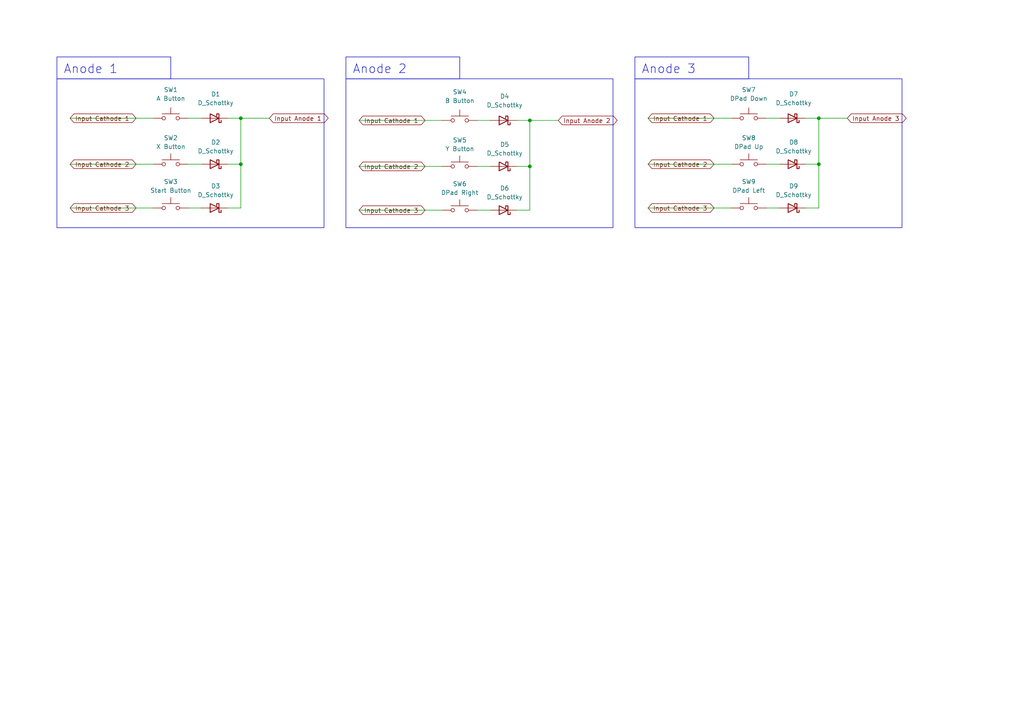
<source format=kicad_sch>
(kicad_sch (version 20230121) (generator eeschema)
  (paper "A4")
  (lib_symbols
    (symbol "Device:D_Schottky" (pin_numbers hide) (pin_names (offset 1.016) hide)
      (property "Reference" "D" (at 0 2.54 0))
      (property "Value" "D_Schottky" (at 0 -2.54 0))
      (symbol "D_Schottky_0_1"
        (polyline (pts (xy 1.27 0) (xy -1.27 0)))
        (polyline (pts (xy 1.27 1.27) (xy 1.27 -1.27) (xy -1.27 0) (xy 1.27 1.27)) (stroke (width 0.254)))
        (polyline (pts (xy -1.905 0.635) (xy -1.905 1.27) (xy -1.27 1.27) (xy -1.27 -1.27) (xy -0.635 -1.27) (xy -0.635 -0.635)) (stroke (width 0.254)))
      )
      (symbol "D_Schottky_1_1"
        (pin passive line (at -3.81 0 0) (length 2.54) (name "K") (number "1"))
        (pin passive line (at 3.81 0 180) (length 2.54) (name "A") (number "2"))
      )
    )
    (symbol "Switch:SW_Push" (pin_numbers hide) (pin_names (offset 1.016) hide)
      (property "Reference" "SW" (at 1.27 2.54 0))
      (property "Value" "SW_Push" (at 0 -1.524 0))
      (symbol "SW_Push_0_1"
        (circle (center -2.032 0) (radius 0.508))
        (polyline (pts (xy 0 1.27) (xy 0 3.048)))
        (polyline (pts (xy 2.54 1.27) (xy -2.54 1.27)))
        (circle (center 2.032 0) (radius 0.508))
        (pin passive line (at -5.08 0 0) (length 2.54) (name "1") (number "1"))
        (pin passive line (at 5.08 0 180) (length 2.54) (name "2") (number "2"))
      )
    )
  )
  (junction (at 153.67 34.925))
  (junction (at 153.67 48.26))
  (junction (at 237.49 47.625))
  (junction (at 69.85 47.625))
  (junction (at 69.85 34.29))
  (junction (at 237.49 34.29))
  (wire (pts (xy 153.67 60.96) (xy 149.86 60.96)))
  (wire (pts (xy 69.85 60.325) (xy 66.04 60.325)))
  (wire (pts (xy 69.85 34.29) (xy 69.85 47.625)))
  (wire (pts (xy 66.04 34.29) (xy 69.85 34.29)))
  (wire (pts (xy 20.32 60.325) (xy 44.45 60.325)))
  (wire (pts (xy 187.96 47.625) (xy 212.09 47.625)))
  (wire (pts (xy 222.25 34.29) (xy 226.06 34.29)))
  (wire (pts (xy 54.61 60.325) (xy 58.42 60.325)))
  (wire (pts (xy 161.925 34.925) (xy 153.67 34.925)))
  (wire (pts (xy 20.32 47.625) (xy 44.45 47.625)))
  (wire (pts (xy 78.105 34.29) (xy 69.85 34.29)))
  (wire (pts (xy 138.43 34.925) (xy 142.24 34.925)))
  (wire (pts (xy 233.68 34.29) (xy 237.49 34.29)))
  (wire (pts (xy 54.61 47.625) (xy 58.42 47.625)))
  (wire (pts (xy 187.96 34.29) (xy 212.09 34.29)))
  (wire (pts (xy 222.25 60.325) (xy 226.06 60.325)))
  (wire (pts (xy 104.14 60.96) (xy 128.27 60.96)))
  (wire (pts (xy 149.86 48.26) (xy 153.67 48.26)))
  (wire (pts (xy 153.67 48.26) (xy 153.67 60.96)))
  (wire (pts (xy 153.67 34.925) (xy 153.67 48.26)))
  (wire (pts (xy 104.14 34.925) (xy 128.27 34.925)))
  (wire (pts (xy 104.14 48.26) (xy 128.27 48.26)))
  (wire (pts (xy 237.49 60.325) (xy 233.68 60.325)))
  (wire (pts (xy 237.49 34.29) (xy 237.49 47.625)))
  (wire (pts (xy 237.49 47.625) (xy 237.49 60.325)))
  (wire (pts (xy 138.43 60.96) (xy 142.24 60.96)))
  (wire (pts (xy 187.96 60.325) (xy 212.09 60.325)))
  (wire (pts (xy 149.86 34.925) (xy 153.67 34.925)))
  (wire (pts (xy 66.04 47.625) (xy 69.85 47.625)))
  (wire (pts (xy 20.32 34.29) (xy 44.45 34.29)))
  (wire (pts (xy 245.745 34.29) (xy 237.49 34.29)))
  (wire (pts (xy 222.25 47.625) (xy 226.06 47.625)))
  (wire (pts (xy 54.61 34.29) (xy 58.42 34.29)))
  (wire (pts (xy 233.68 47.625) (xy 237.49 47.625)))
  (wire (pts (xy 69.85 47.625) (xy 69.85 60.325)))
  (wire (pts (xy 138.43 48.26) (xy 142.24 48.26)))
  (rectangle (start 16.51 22.86) (end 93.98 66.04))
  (rectangle (start 184.15 22.86) (end 261.62 66.04))
  (rectangle (start 100.33 22.86) (end 177.8 66.04))
  (text_box "Anode 3" (at 184.15 16.51 0) (size 33.02 6.35) (effects (font (size 2.54 2.54)) (justify left top)))
  (text_box "Anode 2" (at 100.33 16.51 0) (size 33.02 6.35) (effects (font (size 2.54 2.54)) (justify left top)))
  (text_box "Anode 1" (at 16.51 16.51 0) (size 33.02 6.35) (effects (font (size 2.54 2.54)) (justify left top)))
  (global_label "Input Cathode 1" (at 20.32 34.29 0))
  (global_label "Input Cathode 1" (at 187.96 34.29 0))
  (global_label "Input Cathode 2" (at 20.32 47.625 0))
  (global_label "Input Cathode 1" (at 104.14 34.925 0))
  (global_label "Input Cathode 3" (at 20.32 60.325 0))
  (global_label "Input Anode 2" (at 161.925 34.925 0))
  (global_label "Input Anode 3" (at 245.745 34.29 0))
  (global_label "Input Cathode 3" (at 104.14 60.96 0))
  (global_label "Input Cathode 3" (at 187.96 60.325 0))
  (global_label "Input Anode 1" (at 78.105 34.29 0))
  (global_label "Input Cathode 2" (at 104.14 48.26 0))
  (global_label "Input Cathode 2" (at 187.96 47.625 0))
  (symbol (lib_id "Device:D_Schottky") (at 229.87 47.625 180) (unit 1)
    (property "Reference" "D8" (at 230.1875 41.275 0))
    (property "Value" "D_Schottky" (at 230.1875 43.815 0))
    (property "Footprint" "Diode_THT:D_A-405_P10.16mm_Horizontal" (effects hide))
    (instances (project "PICOnsole" (path "" (reference "D8") (unit 1)) (path "" (reference "D17") (unit 1))))
  )
  (symbol (lib_id "Device:D_Schottky") (at 229.87 34.29 180) (unit 1)
    (property "Reference" "D7" (at 230.1875 27.305 0))
    (property "Value" "D_Schottky" (at 230.1875 29.845 0))
    (property "Footprint" "Diode_THT:D_A-405_P10.16mm_Horizontal" (effects hide))
    (instances (project "PICOnsole" (path "" (reference "D7") (unit 1)) (path "" (reference "D16") (unit 1))))
  )
  (symbol (lib_id "Device:D_Schottky") (at 62.23 47.625 180) (unit 1)
    (property "Reference" "D2" (at 62.5475 41.275 0))
    (property "Value" "D_Schottky" (at 62.5475 43.815 0))
    (property "Footprint" "Diode_THT:D_A-405_P10.16mm_Horizontal" (effects hide))
    (instances (project "PICOnsole" (path "" (reference "D2") (unit 1)) (path "" (reference "D11") (unit 1))))
  )
  (symbol (lib_id "Switch:SW_Push") (at 217.17 34.29 0) (unit 1)
    (property "Reference" "SW7" (at 217.17 26.035 0))
    (property "Value" "DPad Down" (at 217.17 28.575 0))
    (property "Footprint" "Button_Switch_THT:SW_PUSH-12mm" (effects hide))
    (instances (project "PICOnsole" (path "" (reference "SW7") (unit 1)) (path "" (reference "SW18") (unit 1))))
  )
  (symbol (lib_id "Switch:SW_Push") (at 133.35 48.26 0) (unit 1)
    (property "Reference" "SW5" (at 133.35 40.64 0))
    (property "Value" "Y Button" (at 133.35 43.18 0))
    (property "Footprint" "Button_Switch_THT:SW_PUSH-12mm" (effects hide))
    (instances (project "PICOnsole" (path "" (reference "SW5") (unit 1)) (path "" (reference "SW16") (unit 1))))
  )
  (symbol (lib_id "Switch:SW_Push") (at 133.35 60.96 0) (unit 1)
    (property "Reference" "SW6" (at 133.35 53.34 0))
    (property "Value" "DPad Right" (at 133.35 55.88 0))
    (property "Footprint" "Button_Switch_THT:SW_PUSH-12mm" (effects hide))
    (instances (project "PICOnsole" (path "" (reference "SW6") (unit 1)) (path "" (reference "SW17") (unit 1))))
  )
  (symbol (lib_id "Device:D_Schottky") (at 62.23 60.325 180) (unit 1)
    (property "Reference" "D3" (at 62.5475 53.975 0))
    (property "Value" "D_Schottky" (at 62.5475 56.515 0))
    (property "Footprint" "Diode_THT:D_A-405_P10.16mm_Horizontal" (effects hide))
    (instances (project "PICOnsole" (path "" (reference "D3") (unit 1)) (path "" (reference "D12") (unit 1))))
  )
  (symbol (lib_id "Switch:SW_Push") (at 49.53 60.325 0) (unit 1)
    (property "Reference" "SW3" (at 49.53 52.705 0))
    (property "Value" "Start Button" (at 49.53 55.245 0))
    (property "Footprint" "Button_Switch_THT:SW_PUSH_6mm" (effects hide))
    (instances (project "PICOnsole" (path "" (reference "SW3") (unit 1)) (path "" (reference "SW14") (unit 1))))
  )
  (symbol (lib_id "Device:D_Schottky") (at 146.05 34.925 180) (unit 1)
    (property "Reference" "D4" (at 146.3675 27.94 0))
    (property "Value" "D_Schottky" (at 146.3675 30.48 0))
    (property "Footprint" "Diode_THT:D_A-405_P10.16mm_Horizontal" (effects hide))
    (instances (project "PICOnsole" (path "" (reference "D4") (unit 1)) (path "" (reference "D13") (unit 1))))
  )
  (symbol (lib_id "Device:D_Schottky") (at 62.23 34.29 180) (unit 1)
    (property "Reference" "D1" (at 62.5475 27.305 0))
    (property "Value" "D_Schottky" (at 62.5475 29.845 0))
    (property "Footprint" "Diode_THT:D_A-405_P10.16mm_Horizontal" (effects hide))
    (instances (project "PICOnsole" (path "" (reference "D1") (unit 1)) (path "" (reference "D10") (unit 1))))
  )
  (symbol (lib_id "Device:D_Schottky") (at 229.87 60.325 180) (unit 1)
    (property "Reference" "D9" (at 230.1875 53.975 0))
    (property "Value" "D_Schottky" (at 230.1875 56.515 0))
    (property "Footprint" "Diode_THT:D_A-405_P10.16mm_Horizontal" (effects hide))
    (instances (project "PICOnsole" (path "" (reference "D9") (unit 1)) (path "" (reference "D18") (unit 1))))
  )
  (symbol (lib_id "Switch:SW_Push") (at 49.53 34.29 0) (unit 1)
    (property "Reference" "SW1" (at 49.53 26.035 0))
    (property "Value" "A Button" (at 49.53 28.575 0))
    (property "Footprint" "Button_Switch_THT:SW_PUSH-12mm" (effects hide))
    (instances (project "PICOnsole" (path "" (reference "SW1") (unit 1)) (path "" (reference "SW12") (unit 1))))
  )
  (symbol (lib_id "Switch:SW_Push") (at 217.17 47.625 0) (unit 1)
    (property "Reference" "SW8" (at 217.17 40.005 0))
    (property "Value" "DPad Up" (at 217.17 42.545 0))
    (property "Footprint" "Button_Switch_THT:SW_PUSH-12mm" (effects hide))
    (instances (project "PICOnsole" (path "" (reference "SW8") (unit 1)) (path "" (reference "SW19") (unit 1))))
  )
  (symbol (lib_id "Device:D_Schottky") (at 146.05 60.96 180) (unit 1)
    (property "Reference" "D6" (at 146.3675 54.61 0))
    (property "Value" "D_Schottky" (at 146.3675 57.15 0))
    (property "Footprint" "Diode_THT:D_A-405_P10.16mm_Horizontal" (effects hide))
    (instances (project "PICOnsole" (path "" (reference "D6") (unit 1)) (path "" (reference "D15") (unit 1))))
  )
  (symbol (lib_id "Switch:SW_Push") (at 49.53 47.625 0) (unit 1)
    (property "Reference" "SW2" (at 49.53 40.005 0))
    (property "Value" "X Button" (at 49.53 42.545 0))
    (property "Footprint" "Button_Switch_THT:SW_PUSH-12mm" (effects hide))
    (instances (project "PICOnsole" (path "" (reference "SW2") (unit 1)) (path "" (reference "SW13") (unit 1))))
  )
  (symbol (lib_id "Switch:SW_Push") (at 217.17 60.325 0) (unit 1)
    (property "Reference" "SW9" (at 217.17 52.705 0))
    (property "Value" "DPad Left" (at 217.17 55.245 0))
    (property "Footprint" "Button_Switch_THT:SW_PUSH-12mm" (effects hide))
    (instances (project "PICOnsole" (path "" (reference "SW9") (unit 1)) (path "" (reference "SW20") (unit 1))))
  )
  (symbol (lib_id "Switch:SW_Push") (at 133.35 34.925 0) (unit 1)
    (property "Reference" "SW4" (at 133.35 26.67 0))
    (property "Value" "B Button" (at 133.35 29.21 0))
    (property "Footprint" "Button_Switch_THT:SW_PUSH-12mm" (effects hide))
    (instances (project "PICOnsole" (path "" (reference "SW4") (unit 1)) (path "" (reference "SW15") (unit 1))))
  )
  (symbol (lib_id "Device:D_Schottky") (at 146.05 48.26 180) (unit 1)
    (property "Reference" "D5" (at 146.3675 41.91 0))
    (property "Value" "D_Schottky" (at 146.3675 44.45 0))
    (property "Footprint" "Diode_THT:D_A-405_P10.16mm_Horizontal" (effects hide))
    (instances (project "PICOnsole" (path "" (reference "D5") (unit 1)) (path "" (reference "D14") (unit 1))))
  )
)
</source>
